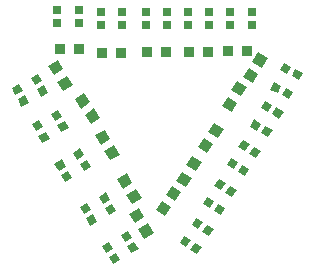
<source format=gbr>
G04 EAGLE Gerber RS-274X export*
G75*
%MOMM*%
%FSLAX34Y34*%
%LPD*%
%INSolderpaste Bottom*%
%IPPOS*%
%AMOC8*
5,1,8,0,0,1.08239X$1,22.5*%
G01*
%ADD10R,0.920900X0.970200*%
%ADD11R,0.700000X0.700000*%
%ADD12R,0.700000X0.700000*%


D10*
G36*
X50104Y172926D02*
X45376Y180826D01*
X53700Y185808D01*
X58428Y177908D01*
X50104Y172926D01*
G37*
G36*
X58060Y159632D02*
X53332Y167532D01*
X61656Y172514D01*
X66384Y164614D01*
X58060Y159632D01*
G37*
G36*
X72961Y144743D02*
X67905Y152438D01*
X76013Y157765D01*
X81069Y150070D01*
X72961Y144743D01*
G37*
G36*
X81467Y131795D02*
X76411Y139490D01*
X84519Y144817D01*
X89575Y137122D01*
X81467Y131795D01*
G37*
G36*
X89870Y114079D02*
X85155Y121987D01*
X93488Y126955D01*
X98203Y119047D01*
X89870Y114079D01*
G37*
G36*
X97803Y100772D02*
X93088Y108680D01*
X101421Y113648D01*
X106136Y105740D01*
X97803Y100772D01*
G37*
D11*
G36*
X106305Y16429D02*
X100274Y12876D01*
X96721Y18907D01*
X102752Y22460D01*
X106305Y16429D01*
G37*
G36*
X100722Y25907D02*
X94691Y22354D01*
X91138Y28385D01*
X97169Y31938D01*
X100722Y25907D01*
G37*
G36*
X106906Y37673D02*
X112937Y41226D01*
X116490Y35195D01*
X110459Y31642D01*
X106906Y37673D01*
G37*
G36*
X112489Y28195D02*
X118520Y31748D01*
X122073Y25717D01*
X116042Y22164D01*
X112489Y28195D01*
G37*
G36*
X87220Y49053D02*
X81111Y45638D01*
X77696Y51747D01*
X83805Y55162D01*
X87220Y49053D01*
G37*
G36*
X81853Y58655D02*
X75744Y55240D01*
X72329Y61349D01*
X78438Y64764D01*
X81853Y58655D01*
G37*
G36*
X88304Y70277D02*
X94413Y73692D01*
X97828Y67583D01*
X91719Y64168D01*
X88304Y70277D01*
G37*
G36*
X93670Y60675D02*
X99779Y64090D01*
X103194Y57981D01*
X97085Y54566D01*
X93670Y60675D01*
G37*
G36*
X66053Y86192D02*
X60041Y82608D01*
X56457Y88620D01*
X62469Y92204D01*
X66053Y86192D01*
G37*
G36*
X60420Y95640D02*
X54408Y92056D01*
X50824Y98068D01*
X56836Y101652D01*
X60420Y95640D01*
G37*
G36*
X66543Y107439D02*
X72555Y111023D01*
X76139Y105011D01*
X70127Y101427D01*
X66543Y107439D01*
G37*
G36*
X72176Y97990D02*
X78188Y101574D01*
X81772Y95562D01*
X75760Y91978D01*
X72176Y97990D01*
G37*
G36*
X46738Y119134D02*
X40605Y115761D01*
X37232Y121894D01*
X43365Y125267D01*
X46738Y119134D01*
G37*
G36*
X41438Y128774D02*
X35305Y125401D01*
X31932Y131534D01*
X38065Y134907D01*
X41438Y128774D01*
G37*
G36*
X47969Y140350D02*
X54102Y143723D01*
X57475Y137590D01*
X51342Y134217D01*
X47969Y140350D01*
G37*
G36*
X53268Y130710D02*
X59401Y134083D01*
X62774Y127950D01*
X56641Y124577D01*
X53268Y130710D01*
G37*
G36*
X29112Y149636D02*
X22904Y146404D01*
X19672Y152612D01*
X25880Y155844D01*
X29112Y149636D01*
G37*
G36*
X24033Y159393D02*
X17825Y156161D01*
X14593Y162369D01*
X20801Y165601D01*
X24033Y159393D01*
G37*
G36*
X30825Y170819D02*
X37033Y174051D01*
X40265Y167843D01*
X34057Y164611D01*
X30825Y170819D01*
G37*
G36*
X35904Y161062D02*
X42112Y164294D01*
X45344Y158086D01*
X39136Y154854D01*
X35904Y161062D01*
G37*
D10*
G36*
X108524Y76939D02*
X103796Y84839D01*
X112120Y89821D01*
X116848Y81921D01*
X108524Y76939D01*
G37*
G36*
X116480Y63645D02*
X111752Y71545D01*
X120076Y76527D01*
X124804Y68627D01*
X116480Y63645D01*
G37*
G36*
X118682Y47861D02*
X113857Y55703D01*
X122120Y60787D01*
X126945Y52945D01*
X118682Y47861D01*
G37*
G36*
X126800Y34667D02*
X121975Y42509D01*
X130238Y47593D01*
X135063Y39751D01*
X126800Y34667D01*
G37*
X91314Y191795D03*
X106806Y191795D03*
X129414Y193040D03*
X144906Y193040D03*
X164974Y193040D03*
X180466Y193040D03*
D12*
X53107Y217067D03*
X53107Y228067D03*
X71407Y228067D03*
X71407Y217067D03*
X89908Y215154D03*
X89908Y226154D03*
X108208Y226154D03*
X108208Y215154D03*
X128008Y215129D03*
X128008Y226129D03*
X146308Y226129D03*
X146308Y215129D03*
X163565Y215106D03*
X163565Y226106D03*
X181865Y226106D03*
X181865Y215106D03*
X199759Y215082D03*
X199759Y226082D03*
X218059Y226082D03*
X218059Y215082D03*
D10*
X197994Y193573D03*
X213486Y193573D03*
X55754Y195580D03*
X71246Y195580D03*
G36*
X218486Y184428D02*
X223297Y192278D01*
X231568Y187208D01*
X226757Y179358D01*
X218486Y184428D01*
G37*
G36*
X210392Y171219D02*
X215203Y179069D01*
X223474Y173999D01*
X218663Y166149D01*
X210392Y171219D01*
G37*
G36*
X200742Y160171D02*
X205608Y167988D01*
X213844Y162861D01*
X208978Y155044D01*
X200742Y160171D01*
G37*
G36*
X192556Y147019D02*
X197422Y154836D01*
X205658Y149709D01*
X200792Y141892D01*
X192556Y147019D01*
G37*
G36*
X180989Y125125D02*
X186152Y132749D01*
X194185Y127309D01*
X189022Y119685D01*
X180989Y125125D01*
G37*
G36*
X172304Y112296D02*
X177467Y119920D01*
X185500Y114480D01*
X180337Y106856D01*
X172304Y112296D01*
G37*
D11*
G36*
X241807Y177132D02*
X244985Y183368D01*
X251221Y180190D01*
X248043Y173954D01*
X241807Y177132D01*
G37*
G36*
X251608Y172138D02*
X254786Y178374D01*
X261022Y175196D01*
X257844Y168960D01*
X251608Y172138D01*
G37*
G36*
X252714Y158891D02*
X249536Y152655D01*
X243300Y155833D01*
X246478Y162069D01*
X252714Y158891D01*
G37*
G36*
X242913Y163884D02*
X239735Y157648D01*
X233499Y160826D01*
X236677Y167062D01*
X242913Y163884D01*
G37*
G36*
X225769Y145291D02*
X229311Y151327D01*
X235347Y147785D01*
X231805Y141749D01*
X225769Y145291D01*
G37*
G36*
X235256Y139725D02*
X238798Y145761D01*
X244834Y142219D01*
X241292Y136183D01*
X235256Y139725D01*
G37*
G36*
X235574Y126435D02*
X232032Y120399D01*
X225996Y123941D01*
X229538Y129977D01*
X235574Y126435D01*
G37*
G36*
X226086Y132001D02*
X222544Y125965D01*
X216508Y129507D01*
X220050Y135543D01*
X226086Y132001D01*
G37*
G36*
X206525Y112511D02*
X210297Y118407D01*
X216193Y114635D01*
X212421Y108739D01*
X206525Y112511D01*
G37*
G36*
X215792Y106585D02*
X219564Y112481D01*
X225460Y108709D01*
X221688Y102813D01*
X215792Y106585D01*
G37*
G36*
X215601Y93292D02*
X211829Y87396D01*
X205933Y91168D01*
X209705Y97064D01*
X215601Y93292D01*
G37*
G36*
X206334Y99218D02*
X202562Y93322D01*
X196666Y97094D01*
X200438Y102990D01*
X206334Y99218D01*
G37*
G36*
X186349Y79441D02*
X190140Y85324D01*
X196023Y81533D01*
X192232Y75650D01*
X186349Y79441D01*
G37*
G36*
X195595Y73482D02*
X199386Y79365D01*
X205269Y75574D01*
X201478Y69691D01*
X195595Y73482D01*
G37*
G36*
X195356Y60192D02*
X191565Y54309D01*
X185682Y58100D01*
X189473Y63983D01*
X195356Y60192D01*
G37*
G36*
X186110Y66151D02*
X182319Y60268D01*
X176436Y64059D01*
X180227Y69942D01*
X186110Y66151D01*
G37*
G36*
X166889Y46552D02*
X170773Y52374D01*
X176595Y48490D01*
X172711Y42668D01*
X166889Y46552D01*
G37*
G36*
X176041Y40448D02*
X179925Y46270D01*
X185747Y42386D01*
X181863Y36564D01*
X176041Y40448D01*
G37*
G36*
X175593Y27162D02*
X171709Y21340D01*
X165887Y25224D01*
X169771Y31046D01*
X175593Y27162D01*
G37*
G36*
X166442Y33265D02*
X162558Y27443D01*
X156736Y31327D01*
X160620Y37149D01*
X166442Y33265D01*
G37*
D10*
G36*
X144949Y71696D02*
X150005Y79391D01*
X158113Y74064D01*
X153057Y66369D01*
X144949Y71696D01*
G37*
G36*
X136444Y58748D02*
X141500Y66443D01*
X149608Y61116D01*
X144552Y53421D01*
X136444Y58748D01*
G37*
G36*
X162380Y96709D02*
X167368Y104448D01*
X175522Y99193D01*
X170534Y91454D01*
X162380Y96709D01*
G37*
G36*
X153988Y83687D02*
X158976Y91426D01*
X167130Y86171D01*
X162142Y78432D01*
X153988Y83687D01*
G37*
M02*

</source>
